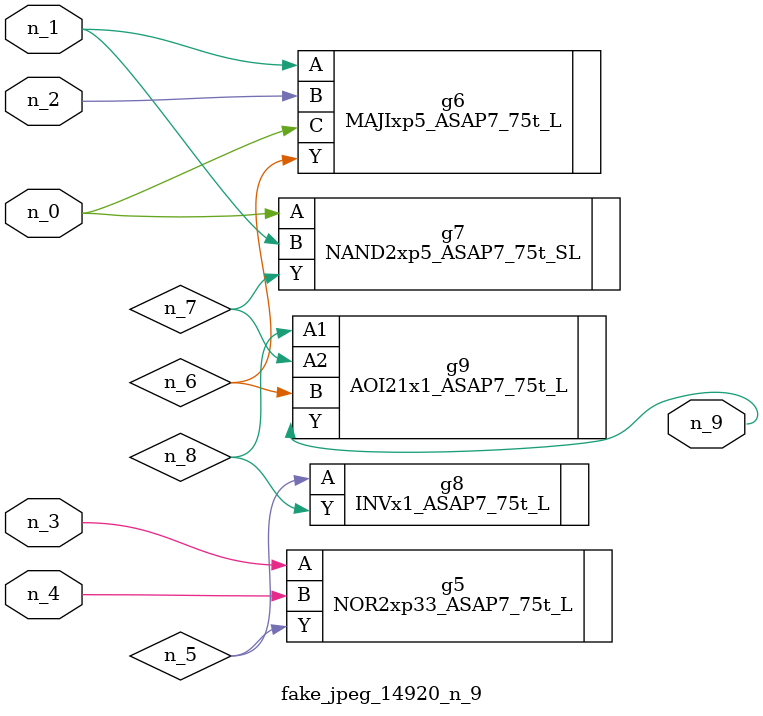
<source format=v>
module fake_jpeg_14920_n_9 (n_3, n_2, n_1, n_0, n_4, n_9);

input n_3;
input n_2;
input n_1;
input n_0;
input n_4;

output n_9;

wire n_8;
wire n_6;
wire n_5;
wire n_7;

NOR2xp33_ASAP7_75t_L g5 ( 
.A(n_3),
.B(n_4),
.Y(n_5)
);

MAJIxp5_ASAP7_75t_L g6 ( 
.A(n_1),
.B(n_2),
.C(n_0),
.Y(n_6)
);

NAND2xp5_ASAP7_75t_SL g7 ( 
.A(n_0),
.B(n_1),
.Y(n_7)
);

INVx1_ASAP7_75t_L g8 ( 
.A(n_5),
.Y(n_8)
);

AOI21x1_ASAP7_75t_L g9 ( 
.A1(n_8),
.A2(n_7),
.B(n_6),
.Y(n_9)
);


endmodule
</source>
